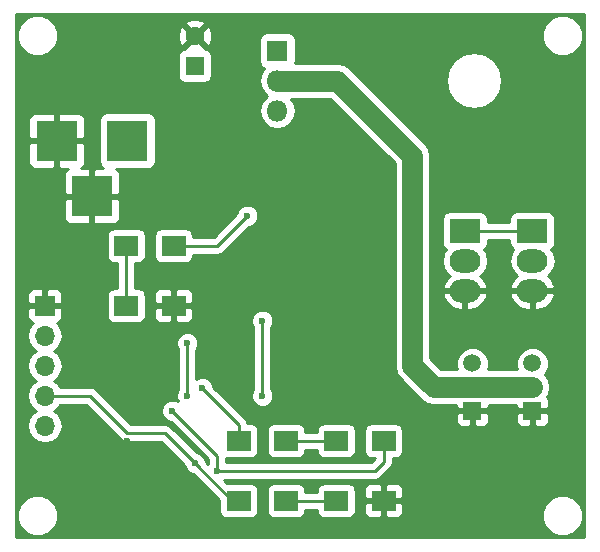
<source format=gbr>
G04 #@! TF.FileFunction,Copper,L1,Top,Signal*
%FSLAX46Y46*%
G04 Gerber Fmt 4.6, Leading zero omitted, Abs format (unit mm)*
G04 Created by KiCad (PCBNEW 4.0.7) date 03/06/18 08:51:19*
%MOMM*%
%LPD*%
G01*
G04 APERTURE LIST*
%ADD10C,0.100000*%
%ADD11R,1.600000X1.600000*%
%ADD12C,1.600000*%
%ADD13R,2.000000X1.700000*%
%ADD14R,3.500000X3.500000*%
%ADD15R,1.800000X1.800000*%
%ADD16O,1.800000X1.800000*%
%ADD17R,1.500000X1.500000*%
%ADD18C,1.500000*%
%ADD19R,2.600000X2.000000*%
%ADD20O,2.600000X2.000000*%
%ADD21R,1.700000X1.700000*%
%ADD22O,1.700000X1.700000*%
%ADD23C,0.600000*%
%ADD24C,0.250000*%
%ADD25C,1.750000*%
%ADD26C,0.254000*%
G04 APERTURE END LIST*
D10*
D11*
X66675000Y-19050000D03*
D12*
X66675000Y-16550000D03*
D13*
X60865000Y-34290000D03*
X64865000Y-34290000D03*
X78645000Y-50800000D03*
X82645000Y-50800000D03*
D14*
X60960000Y-25400000D03*
X54960000Y-25400000D03*
X57960000Y-30100000D03*
D13*
X60865000Y-39370000D03*
X64865000Y-39370000D03*
D15*
X73660000Y-17780000D03*
D16*
X73660000Y-20320000D03*
X73660000Y-22860000D03*
D17*
X95250000Y-48260000D03*
D18*
X95250000Y-46260000D03*
X95250000Y-44260000D03*
D19*
X95250000Y-33020000D03*
D20*
X95250000Y-35560000D03*
X95250000Y-38100000D03*
D13*
X74390000Y-55880000D03*
X70390000Y-55880000D03*
X70390000Y-50800000D03*
X74390000Y-50800000D03*
D21*
X53975000Y-39370000D03*
D22*
X53975000Y-41910000D03*
X53975000Y-44450000D03*
X53975000Y-46990000D03*
X53975000Y-49530000D03*
D13*
X78645000Y-55880000D03*
X82645000Y-55880000D03*
D17*
X90170000Y-48260000D03*
D18*
X90170000Y-46260000D03*
X90170000Y-44260000D03*
D19*
X89535000Y-33020000D03*
D20*
X89535000Y-35560000D03*
X89535000Y-38100000D03*
D23*
X56515000Y-45720000D03*
X56515000Y-48260000D03*
X60960000Y-50800000D03*
X57785000Y-43180000D03*
X71120000Y-31750000D03*
X66675000Y-52705000D03*
X67310000Y-46355000D03*
X72390000Y-46990000D03*
X72390000Y-40640000D03*
X66040000Y-42545000D03*
X66040000Y-46990000D03*
X64770000Y-48260000D03*
X68580000Y-53340000D03*
D24*
X57785000Y-44450000D02*
X57785000Y-43180000D01*
X56515000Y-45720000D02*
X57785000Y-44450000D01*
X56515000Y-48895000D02*
X56515000Y-48260000D01*
X58420000Y-50800000D02*
X56515000Y-48895000D01*
X60960000Y-50800000D02*
X58420000Y-50800000D01*
X64865000Y-39370000D02*
X64865000Y-40545000D01*
X57785000Y-41275000D02*
X57150000Y-40640000D01*
X64135000Y-41275000D02*
X57785000Y-41275000D01*
X64865000Y-40545000D02*
X64135000Y-41275000D01*
X55880000Y-39370000D02*
X53975000Y-39370000D01*
X57150000Y-40640000D02*
X55880000Y-39370000D01*
X57150000Y-42545000D02*
X57150000Y-40640000D01*
X57785000Y-43180000D02*
X57150000Y-42545000D01*
X64865000Y-34290000D02*
X68580000Y-34290000D01*
X68580000Y-34290000D02*
X71120000Y-31750000D01*
D25*
X90170000Y-46260000D02*
X95250000Y-46260000D01*
X90170000Y-46260000D02*
X86900000Y-46260000D01*
X78740000Y-20320000D02*
X73660000Y-20320000D01*
X85090000Y-26670000D02*
X78740000Y-20320000D01*
X85090000Y-44450000D02*
X85090000Y-26670000D01*
X86900000Y-46260000D02*
X85090000Y-44450000D01*
D24*
X60865000Y-34290000D02*
X60865000Y-39370000D01*
X53975000Y-46990000D02*
X57785000Y-46990000D01*
X64135000Y-50165000D02*
X66675000Y-52705000D01*
X60960000Y-50165000D02*
X64135000Y-50165000D01*
X57785000Y-46990000D02*
X60960000Y-50165000D01*
X66675000Y-52705000D02*
X69850000Y-55880000D01*
X69850000Y-55880000D02*
X70390000Y-55880000D01*
X74390000Y-50800000D02*
X78645000Y-50800000D01*
X70390000Y-49435000D02*
X70390000Y-50800000D01*
X67310000Y-46355000D02*
X70390000Y-49435000D01*
X95250000Y-33020000D02*
X89535000Y-33020000D01*
X74390000Y-55880000D02*
X78645000Y-55880000D01*
X72390000Y-40640000D02*
X72390000Y-46990000D01*
X66040000Y-46990000D02*
X66040000Y-42545000D01*
X68580000Y-53340000D02*
X68580000Y-52070000D01*
X68580000Y-52070000D02*
X64770000Y-48260000D01*
X82645000Y-52610000D02*
X82645000Y-50800000D01*
X81915000Y-53340000D02*
X82645000Y-52610000D01*
X68580000Y-53340000D02*
X81915000Y-53340000D01*
D26*
G36*
X99620000Y-58980000D02*
X51510000Y-58980000D01*
X51510000Y-57493599D01*
X51604699Y-57493599D01*
X51868281Y-58131515D01*
X52355918Y-58620004D01*
X52993373Y-58884699D01*
X53683599Y-58885301D01*
X54321515Y-58621719D01*
X54810004Y-58134082D01*
X55074699Y-57496627D01*
X55074701Y-57493599D01*
X96054699Y-57493599D01*
X96318281Y-58131515D01*
X96805918Y-58620004D01*
X97443373Y-58884699D01*
X98133599Y-58885301D01*
X98771515Y-58621719D01*
X99260004Y-58134082D01*
X99524699Y-57496627D01*
X99525301Y-56806401D01*
X99261719Y-56168485D01*
X98774082Y-55679996D01*
X98136627Y-55415301D01*
X97446401Y-55414699D01*
X96808485Y-55678281D01*
X96319996Y-56165918D01*
X96055301Y-56803373D01*
X96054699Y-57493599D01*
X55074701Y-57493599D01*
X55075301Y-56806401D01*
X54811719Y-56168485D01*
X54324082Y-55679996D01*
X53686627Y-55415301D01*
X52996401Y-55414699D01*
X52358485Y-55678281D01*
X51869996Y-56165918D01*
X51605301Y-56803373D01*
X51604699Y-57493599D01*
X51510000Y-57493599D01*
X51510000Y-41910000D01*
X52460907Y-41910000D01*
X52573946Y-42478285D01*
X52895853Y-42960054D01*
X53225026Y-43180000D01*
X52895853Y-43399946D01*
X52573946Y-43881715D01*
X52460907Y-44450000D01*
X52573946Y-45018285D01*
X52895853Y-45500054D01*
X53225026Y-45720000D01*
X52895853Y-45939946D01*
X52573946Y-46421715D01*
X52460907Y-46990000D01*
X52573946Y-47558285D01*
X52895853Y-48040054D01*
X53225026Y-48260000D01*
X52895853Y-48479946D01*
X52573946Y-48961715D01*
X52460907Y-49530000D01*
X52573946Y-50098285D01*
X52895853Y-50580054D01*
X53377622Y-50901961D01*
X53945907Y-51015000D01*
X54004093Y-51015000D01*
X54572378Y-50901961D01*
X55054147Y-50580054D01*
X55376054Y-50098285D01*
X55489093Y-49530000D01*
X55376054Y-48961715D01*
X55054147Y-48479946D01*
X54724974Y-48260000D01*
X55054147Y-48040054D01*
X55247954Y-47750000D01*
X57470198Y-47750000D01*
X60422599Y-50702401D01*
X60669161Y-50867148D01*
X60960000Y-50925000D01*
X63820198Y-50925000D01*
X65739878Y-52844680D01*
X65739838Y-52890167D01*
X65881883Y-53233943D01*
X66144673Y-53497192D01*
X66488201Y-53639838D01*
X66535077Y-53639879D01*
X68742560Y-55847362D01*
X68742560Y-56730000D01*
X68786838Y-56965317D01*
X68925910Y-57181441D01*
X69138110Y-57326431D01*
X69390000Y-57377440D01*
X71390000Y-57377440D01*
X71625317Y-57333162D01*
X71841441Y-57194090D01*
X71986431Y-56981890D01*
X72037440Y-56730000D01*
X72037440Y-55030000D01*
X72742560Y-55030000D01*
X72742560Y-56730000D01*
X72786838Y-56965317D01*
X72925910Y-57181441D01*
X73138110Y-57326431D01*
X73390000Y-57377440D01*
X75390000Y-57377440D01*
X75625317Y-57333162D01*
X75841441Y-57194090D01*
X75986431Y-56981890D01*
X76037440Y-56730000D01*
X76037440Y-56640000D01*
X76997560Y-56640000D01*
X76997560Y-56730000D01*
X77041838Y-56965317D01*
X77180910Y-57181441D01*
X77393110Y-57326431D01*
X77645000Y-57377440D01*
X79645000Y-57377440D01*
X79880317Y-57333162D01*
X80096441Y-57194090D01*
X80241431Y-56981890D01*
X80292440Y-56730000D01*
X80292440Y-56165750D01*
X81010000Y-56165750D01*
X81010000Y-56856310D01*
X81106673Y-57089699D01*
X81285302Y-57268327D01*
X81518691Y-57365000D01*
X82359250Y-57365000D01*
X82518000Y-57206250D01*
X82518000Y-56007000D01*
X82772000Y-56007000D01*
X82772000Y-57206250D01*
X82930750Y-57365000D01*
X83771309Y-57365000D01*
X84004698Y-57268327D01*
X84183327Y-57089699D01*
X84280000Y-56856310D01*
X84280000Y-56165750D01*
X84121250Y-56007000D01*
X82772000Y-56007000D01*
X82518000Y-56007000D01*
X81168750Y-56007000D01*
X81010000Y-56165750D01*
X80292440Y-56165750D01*
X80292440Y-55030000D01*
X80268674Y-54903690D01*
X81010000Y-54903690D01*
X81010000Y-55594250D01*
X81168750Y-55753000D01*
X82518000Y-55753000D01*
X82518000Y-54553750D01*
X82772000Y-54553750D01*
X82772000Y-55753000D01*
X84121250Y-55753000D01*
X84280000Y-55594250D01*
X84280000Y-54903690D01*
X84183327Y-54670301D01*
X84004698Y-54491673D01*
X83771309Y-54395000D01*
X82930750Y-54395000D01*
X82772000Y-54553750D01*
X82518000Y-54553750D01*
X82359250Y-54395000D01*
X81518691Y-54395000D01*
X81285302Y-54491673D01*
X81106673Y-54670301D01*
X81010000Y-54903690D01*
X80268674Y-54903690D01*
X80248162Y-54794683D01*
X80109090Y-54578559D01*
X79896890Y-54433569D01*
X79645000Y-54382560D01*
X77645000Y-54382560D01*
X77409683Y-54426838D01*
X77193559Y-54565910D01*
X77048569Y-54778110D01*
X76997560Y-55030000D01*
X76997560Y-55120000D01*
X76037440Y-55120000D01*
X76037440Y-55030000D01*
X75993162Y-54794683D01*
X75854090Y-54578559D01*
X75641890Y-54433569D01*
X75390000Y-54382560D01*
X73390000Y-54382560D01*
X73154683Y-54426838D01*
X72938559Y-54565910D01*
X72793569Y-54778110D01*
X72742560Y-55030000D01*
X72037440Y-55030000D01*
X71993162Y-54794683D01*
X71854090Y-54578559D01*
X71641890Y-54433569D01*
X71390000Y-54382560D01*
X69427362Y-54382560D01*
X69144802Y-54100000D01*
X81915000Y-54100000D01*
X82205839Y-54042148D01*
X82452401Y-53877401D01*
X83182401Y-53147401D01*
X83347148Y-52900839D01*
X83405000Y-52610000D01*
X83405000Y-52297440D01*
X83645000Y-52297440D01*
X83880317Y-52253162D01*
X84096441Y-52114090D01*
X84241431Y-51901890D01*
X84292440Y-51650000D01*
X84292440Y-49950000D01*
X84248162Y-49714683D01*
X84109090Y-49498559D01*
X83896890Y-49353569D01*
X83645000Y-49302560D01*
X81645000Y-49302560D01*
X81409683Y-49346838D01*
X81193559Y-49485910D01*
X81048569Y-49698110D01*
X80997560Y-49950000D01*
X80997560Y-51650000D01*
X81041838Y-51885317D01*
X81180910Y-52101441D01*
X81393110Y-52246431D01*
X81645000Y-52297440D01*
X81882758Y-52297440D01*
X81600198Y-52580000D01*
X69340000Y-52580000D01*
X69340000Y-52287315D01*
X69390000Y-52297440D01*
X71390000Y-52297440D01*
X71625317Y-52253162D01*
X71841441Y-52114090D01*
X71986431Y-51901890D01*
X72037440Y-51650000D01*
X72037440Y-49950000D01*
X72742560Y-49950000D01*
X72742560Y-51650000D01*
X72786838Y-51885317D01*
X72925910Y-52101441D01*
X73138110Y-52246431D01*
X73390000Y-52297440D01*
X75390000Y-52297440D01*
X75625317Y-52253162D01*
X75841441Y-52114090D01*
X75986431Y-51901890D01*
X76037440Y-51650000D01*
X76037440Y-51560000D01*
X76997560Y-51560000D01*
X76997560Y-51650000D01*
X77041838Y-51885317D01*
X77180910Y-52101441D01*
X77393110Y-52246431D01*
X77645000Y-52297440D01*
X79645000Y-52297440D01*
X79880317Y-52253162D01*
X80096441Y-52114090D01*
X80241431Y-51901890D01*
X80292440Y-51650000D01*
X80292440Y-49950000D01*
X80248162Y-49714683D01*
X80109090Y-49498559D01*
X79896890Y-49353569D01*
X79645000Y-49302560D01*
X77645000Y-49302560D01*
X77409683Y-49346838D01*
X77193559Y-49485910D01*
X77048569Y-49698110D01*
X76997560Y-49950000D01*
X76997560Y-50040000D01*
X76037440Y-50040000D01*
X76037440Y-49950000D01*
X75993162Y-49714683D01*
X75854090Y-49498559D01*
X75641890Y-49353569D01*
X75390000Y-49302560D01*
X73390000Y-49302560D01*
X73154683Y-49346838D01*
X72938559Y-49485910D01*
X72793569Y-49698110D01*
X72742560Y-49950000D01*
X72037440Y-49950000D01*
X71993162Y-49714683D01*
X71854090Y-49498559D01*
X71641890Y-49353569D01*
X71390000Y-49302560D01*
X71123656Y-49302560D01*
X71092148Y-49144161D01*
X70927401Y-48897599D01*
X70575552Y-48545750D01*
X88785000Y-48545750D01*
X88785000Y-49136309D01*
X88881673Y-49369698D01*
X89060301Y-49548327D01*
X89293690Y-49645000D01*
X89884250Y-49645000D01*
X90043000Y-49486250D01*
X90043000Y-48387000D01*
X90297000Y-48387000D01*
X90297000Y-49486250D01*
X90455750Y-49645000D01*
X91046310Y-49645000D01*
X91279699Y-49548327D01*
X91458327Y-49369698D01*
X91555000Y-49136309D01*
X91555000Y-48545750D01*
X93865000Y-48545750D01*
X93865000Y-49136309D01*
X93961673Y-49369698D01*
X94140301Y-49548327D01*
X94373690Y-49645000D01*
X94964250Y-49645000D01*
X95123000Y-49486250D01*
X95123000Y-48387000D01*
X95377000Y-48387000D01*
X95377000Y-49486250D01*
X95535750Y-49645000D01*
X96126310Y-49645000D01*
X96359699Y-49548327D01*
X96538327Y-49369698D01*
X96635000Y-49136309D01*
X96635000Y-48545750D01*
X96476250Y-48387000D01*
X95377000Y-48387000D01*
X95123000Y-48387000D01*
X94023750Y-48387000D01*
X93865000Y-48545750D01*
X91555000Y-48545750D01*
X91396250Y-48387000D01*
X90297000Y-48387000D01*
X90043000Y-48387000D01*
X88943750Y-48387000D01*
X88785000Y-48545750D01*
X70575552Y-48545750D01*
X68245122Y-46215320D01*
X68245162Y-46169833D01*
X68103117Y-45826057D01*
X67840327Y-45562808D01*
X67496799Y-45420162D01*
X67124833Y-45419838D01*
X66800000Y-45554056D01*
X66800000Y-43107463D01*
X66832192Y-43075327D01*
X66974838Y-42731799D01*
X66975162Y-42359833D01*
X66833117Y-42016057D01*
X66570327Y-41752808D01*
X66226799Y-41610162D01*
X65854833Y-41609838D01*
X65511057Y-41751883D01*
X65247808Y-42014673D01*
X65105162Y-42358201D01*
X65104838Y-42730167D01*
X65246883Y-43073943D01*
X65280000Y-43107118D01*
X65280000Y-46427537D01*
X65247808Y-46459673D01*
X65105162Y-46803201D01*
X65104838Y-47175167D01*
X65210310Y-47430430D01*
X64956799Y-47325162D01*
X64584833Y-47324838D01*
X64241057Y-47466883D01*
X63977808Y-47729673D01*
X63835162Y-48073201D01*
X63834838Y-48445167D01*
X63976883Y-48788943D01*
X64239673Y-49052192D01*
X64583201Y-49194838D01*
X64630077Y-49194879D01*
X67820000Y-52384802D01*
X67820000Y-52775198D01*
X67610122Y-52565320D01*
X67610162Y-52519833D01*
X67468117Y-52176057D01*
X67205327Y-51912808D01*
X66861799Y-51770162D01*
X66814923Y-51770121D01*
X64672401Y-49627599D01*
X64425839Y-49462852D01*
X64135000Y-49405000D01*
X61274802Y-49405000D01*
X58322401Y-46452599D01*
X58075839Y-46287852D01*
X57785000Y-46230000D01*
X55247954Y-46230000D01*
X55054147Y-45939946D01*
X54724974Y-45720000D01*
X55054147Y-45500054D01*
X55376054Y-45018285D01*
X55489093Y-44450000D01*
X55376054Y-43881715D01*
X55054147Y-43399946D01*
X54724974Y-43180000D01*
X55054147Y-42960054D01*
X55376054Y-42478285D01*
X55489093Y-41910000D01*
X55376054Y-41341715D01*
X55054147Y-40859946D01*
X55010223Y-40830597D01*
X55184698Y-40758327D01*
X55363327Y-40579699D01*
X55460000Y-40346310D01*
X55460000Y-39655750D01*
X55301250Y-39497000D01*
X54102000Y-39497000D01*
X54102000Y-39517000D01*
X53848000Y-39517000D01*
X53848000Y-39497000D01*
X52648750Y-39497000D01*
X52490000Y-39655750D01*
X52490000Y-40346310D01*
X52586673Y-40579699D01*
X52765302Y-40758327D01*
X52939777Y-40830597D01*
X52895853Y-40859946D01*
X52573946Y-41341715D01*
X52460907Y-41910000D01*
X51510000Y-41910000D01*
X51510000Y-38393690D01*
X52490000Y-38393690D01*
X52490000Y-39084250D01*
X52648750Y-39243000D01*
X53848000Y-39243000D01*
X53848000Y-38043750D01*
X54102000Y-38043750D01*
X54102000Y-39243000D01*
X55301250Y-39243000D01*
X55460000Y-39084250D01*
X55460000Y-38393690D01*
X55363327Y-38160301D01*
X55184698Y-37981673D01*
X54951309Y-37885000D01*
X54260750Y-37885000D01*
X54102000Y-38043750D01*
X53848000Y-38043750D01*
X53689250Y-37885000D01*
X52998691Y-37885000D01*
X52765302Y-37981673D01*
X52586673Y-38160301D01*
X52490000Y-38393690D01*
X51510000Y-38393690D01*
X51510000Y-33440000D01*
X59217560Y-33440000D01*
X59217560Y-35140000D01*
X59261838Y-35375317D01*
X59400910Y-35591441D01*
X59613110Y-35736431D01*
X59865000Y-35787440D01*
X60105000Y-35787440D01*
X60105000Y-37872560D01*
X59865000Y-37872560D01*
X59629683Y-37916838D01*
X59413559Y-38055910D01*
X59268569Y-38268110D01*
X59217560Y-38520000D01*
X59217560Y-40220000D01*
X59261838Y-40455317D01*
X59400910Y-40671441D01*
X59613110Y-40816431D01*
X59865000Y-40867440D01*
X61865000Y-40867440D01*
X62100317Y-40823162D01*
X62316441Y-40684090D01*
X62461431Y-40471890D01*
X62512440Y-40220000D01*
X62512440Y-39655750D01*
X63230000Y-39655750D01*
X63230000Y-40346310D01*
X63326673Y-40579699D01*
X63505302Y-40758327D01*
X63738691Y-40855000D01*
X64579250Y-40855000D01*
X64738000Y-40696250D01*
X64738000Y-39497000D01*
X64992000Y-39497000D01*
X64992000Y-40696250D01*
X65150750Y-40855000D01*
X65991309Y-40855000D01*
X66063332Y-40825167D01*
X71454838Y-40825167D01*
X71596883Y-41168943D01*
X71630000Y-41202118D01*
X71630000Y-46427537D01*
X71597808Y-46459673D01*
X71455162Y-46803201D01*
X71454838Y-47175167D01*
X71596883Y-47518943D01*
X71859673Y-47782192D01*
X72203201Y-47924838D01*
X72575167Y-47925162D01*
X72918943Y-47783117D01*
X73182192Y-47520327D01*
X73324838Y-47176799D01*
X73325162Y-46804833D01*
X73183117Y-46461057D01*
X73150000Y-46427882D01*
X73150000Y-41202463D01*
X73182192Y-41170327D01*
X73324838Y-40826799D01*
X73325162Y-40454833D01*
X73183117Y-40111057D01*
X72920327Y-39847808D01*
X72576799Y-39705162D01*
X72204833Y-39704838D01*
X71861057Y-39846883D01*
X71597808Y-40109673D01*
X71455162Y-40453201D01*
X71454838Y-40825167D01*
X66063332Y-40825167D01*
X66224698Y-40758327D01*
X66403327Y-40579699D01*
X66500000Y-40346310D01*
X66500000Y-39655750D01*
X66341250Y-39497000D01*
X64992000Y-39497000D01*
X64738000Y-39497000D01*
X63388750Y-39497000D01*
X63230000Y-39655750D01*
X62512440Y-39655750D01*
X62512440Y-38520000D01*
X62488674Y-38393690D01*
X63230000Y-38393690D01*
X63230000Y-39084250D01*
X63388750Y-39243000D01*
X64738000Y-39243000D01*
X64738000Y-38043750D01*
X64992000Y-38043750D01*
X64992000Y-39243000D01*
X66341250Y-39243000D01*
X66500000Y-39084250D01*
X66500000Y-38393690D01*
X66403327Y-38160301D01*
X66224698Y-37981673D01*
X65991309Y-37885000D01*
X65150750Y-37885000D01*
X64992000Y-38043750D01*
X64738000Y-38043750D01*
X64579250Y-37885000D01*
X63738691Y-37885000D01*
X63505302Y-37981673D01*
X63326673Y-38160301D01*
X63230000Y-38393690D01*
X62488674Y-38393690D01*
X62468162Y-38284683D01*
X62329090Y-38068559D01*
X62116890Y-37923569D01*
X61865000Y-37872560D01*
X61625000Y-37872560D01*
X61625000Y-35787440D01*
X61865000Y-35787440D01*
X62100317Y-35743162D01*
X62316441Y-35604090D01*
X62461431Y-35391890D01*
X62512440Y-35140000D01*
X62512440Y-33440000D01*
X63217560Y-33440000D01*
X63217560Y-35140000D01*
X63261838Y-35375317D01*
X63400910Y-35591441D01*
X63613110Y-35736431D01*
X63865000Y-35787440D01*
X65865000Y-35787440D01*
X66100317Y-35743162D01*
X66316441Y-35604090D01*
X66461431Y-35391890D01*
X66512440Y-35140000D01*
X66512440Y-35050000D01*
X68580000Y-35050000D01*
X68870839Y-34992148D01*
X69117401Y-34827401D01*
X71259680Y-32685122D01*
X71305167Y-32685162D01*
X71648943Y-32543117D01*
X71912192Y-32280327D01*
X72054838Y-31936799D01*
X72055162Y-31564833D01*
X71913117Y-31221057D01*
X71650327Y-30957808D01*
X71306799Y-30815162D01*
X70934833Y-30814838D01*
X70591057Y-30956883D01*
X70327808Y-31219673D01*
X70185162Y-31563201D01*
X70185121Y-31610077D01*
X68265198Y-33530000D01*
X66512440Y-33530000D01*
X66512440Y-33440000D01*
X66468162Y-33204683D01*
X66329090Y-32988559D01*
X66116890Y-32843569D01*
X65865000Y-32792560D01*
X63865000Y-32792560D01*
X63629683Y-32836838D01*
X63413559Y-32975910D01*
X63268569Y-33188110D01*
X63217560Y-33440000D01*
X62512440Y-33440000D01*
X62468162Y-33204683D01*
X62329090Y-32988559D01*
X62116890Y-32843569D01*
X61865000Y-32792560D01*
X59865000Y-32792560D01*
X59629683Y-32836838D01*
X59413559Y-32975910D01*
X59268569Y-33188110D01*
X59217560Y-33440000D01*
X51510000Y-33440000D01*
X51510000Y-30385750D01*
X55575000Y-30385750D01*
X55575000Y-31976310D01*
X55671673Y-32209699D01*
X55850302Y-32388327D01*
X56083691Y-32485000D01*
X57674250Y-32485000D01*
X57833000Y-32326250D01*
X57833000Y-30227000D01*
X58087000Y-30227000D01*
X58087000Y-32326250D01*
X58245750Y-32485000D01*
X59836309Y-32485000D01*
X60069698Y-32388327D01*
X60248327Y-32209699D01*
X60345000Y-31976310D01*
X60345000Y-30385750D01*
X60186250Y-30227000D01*
X58087000Y-30227000D01*
X57833000Y-30227000D01*
X55733750Y-30227000D01*
X55575000Y-30385750D01*
X51510000Y-30385750D01*
X51510000Y-25685750D01*
X52575000Y-25685750D01*
X52575000Y-27276310D01*
X52671673Y-27509699D01*
X52850302Y-27688327D01*
X53083691Y-27785000D01*
X54674250Y-27785000D01*
X54833000Y-27626250D01*
X54833000Y-25527000D01*
X55087000Y-25527000D01*
X55087000Y-27626250D01*
X55245750Y-27785000D01*
X55914696Y-27785000D01*
X55850302Y-27811673D01*
X55671673Y-27990301D01*
X55575000Y-28223690D01*
X55575000Y-29814250D01*
X55733750Y-29973000D01*
X57833000Y-29973000D01*
X57833000Y-27873750D01*
X58087000Y-27873750D01*
X58087000Y-29973000D01*
X60186250Y-29973000D01*
X60345000Y-29814250D01*
X60345000Y-28223690D01*
X60248327Y-27990301D01*
X60069698Y-27811673D01*
X60035337Y-27797440D01*
X62710000Y-27797440D01*
X62945317Y-27753162D01*
X63161441Y-27614090D01*
X63306431Y-27401890D01*
X63357440Y-27150000D01*
X63357440Y-23650000D01*
X63313162Y-23414683D01*
X63174090Y-23198559D01*
X62961890Y-23053569D01*
X62710000Y-23002560D01*
X59210000Y-23002560D01*
X58974683Y-23046838D01*
X58758559Y-23185910D01*
X58613569Y-23398110D01*
X58562560Y-23650000D01*
X58562560Y-27150000D01*
X58606838Y-27385317D01*
X58745910Y-27601441D01*
X58912109Y-27715000D01*
X58245750Y-27715000D01*
X58087000Y-27873750D01*
X57833000Y-27873750D01*
X57674250Y-27715000D01*
X57005304Y-27715000D01*
X57069698Y-27688327D01*
X57248327Y-27509699D01*
X57345000Y-27276310D01*
X57345000Y-25685750D01*
X57186250Y-25527000D01*
X55087000Y-25527000D01*
X54833000Y-25527000D01*
X52733750Y-25527000D01*
X52575000Y-25685750D01*
X51510000Y-25685750D01*
X51510000Y-23523690D01*
X52575000Y-23523690D01*
X52575000Y-25114250D01*
X52733750Y-25273000D01*
X54833000Y-25273000D01*
X54833000Y-23173750D01*
X55087000Y-23173750D01*
X55087000Y-25273000D01*
X57186250Y-25273000D01*
X57345000Y-25114250D01*
X57345000Y-23523690D01*
X57248327Y-23290301D01*
X57069698Y-23111673D01*
X56836309Y-23015000D01*
X55245750Y-23015000D01*
X55087000Y-23173750D01*
X54833000Y-23173750D01*
X54674250Y-23015000D01*
X53083691Y-23015000D01*
X52850302Y-23111673D01*
X52671673Y-23290301D01*
X52575000Y-23523690D01*
X51510000Y-23523690D01*
X51510000Y-18250000D01*
X65227560Y-18250000D01*
X65227560Y-19850000D01*
X65271838Y-20085317D01*
X65410910Y-20301441D01*
X65623110Y-20446431D01*
X65875000Y-20497440D01*
X67475000Y-20497440D01*
X67710317Y-20453162D01*
X67926441Y-20314090D01*
X68071431Y-20101890D01*
X68122440Y-19850000D01*
X68122440Y-18250000D01*
X68078162Y-18014683D01*
X67939090Y-17798559D01*
X67726890Y-17653569D01*
X67488799Y-17605354D01*
X67503139Y-17557745D01*
X66675000Y-16729605D01*
X65846861Y-17557745D01*
X65861145Y-17605167D01*
X65639683Y-17646838D01*
X65423559Y-17785910D01*
X65278569Y-17998110D01*
X65227560Y-18250000D01*
X51510000Y-18250000D01*
X51510000Y-16853599D01*
X51604699Y-16853599D01*
X51868281Y-17491515D01*
X52355918Y-17980004D01*
X52993373Y-18244699D01*
X53683599Y-18245301D01*
X54321515Y-17981719D01*
X54810004Y-17494082D01*
X55074699Y-16856627D01*
X55075155Y-16333223D01*
X65228035Y-16333223D01*
X65255222Y-16903454D01*
X65421136Y-17304005D01*
X65667255Y-17378139D01*
X66495395Y-16550000D01*
X66854605Y-16550000D01*
X67682745Y-17378139D01*
X67928864Y-17304005D01*
X68081268Y-16880000D01*
X72112560Y-16880000D01*
X72112560Y-18680000D01*
X72156838Y-18915317D01*
X72295910Y-19131441D01*
X72508110Y-19276431D01*
X72524344Y-19279719D01*
X72241845Y-19702509D01*
X72125000Y-20289928D01*
X72125000Y-20350072D01*
X72241845Y-20937491D01*
X72574591Y-21435481D01*
X72805845Y-21590000D01*
X72574591Y-21744519D01*
X72241845Y-22242509D01*
X72125000Y-22829928D01*
X72125000Y-22890072D01*
X72241845Y-23477491D01*
X72574591Y-23975481D01*
X73072581Y-24308227D01*
X73660000Y-24425072D01*
X74247419Y-24308227D01*
X74745409Y-23975481D01*
X75078155Y-23477491D01*
X75195000Y-22890072D01*
X75195000Y-22829928D01*
X75078155Y-22242509D01*
X74802526Y-21830000D01*
X78114538Y-21830000D01*
X83580000Y-27295462D01*
X83580000Y-44450000D01*
X83694942Y-45027852D01*
X84022269Y-45517731D01*
X85832269Y-47327732D01*
X86322148Y-47655058D01*
X86900000Y-47770000D01*
X88785000Y-47770000D01*
X88785000Y-47974250D01*
X88943750Y-48133000D01*
X90043000Y-48133000D01*
X90043000Y-48113000D01*
X90297000Y-48113000D01*
X90297000Y-48133000D01*
X91396250Y-48133000D01*
X91555000Y-47974250D01*
X91555000Y-47770000D01*
X93865000Y-47770000D01*
X93865000Y-47974250D01*
X94023750Y-48133000D01*
X95123000Y-48133000D01*
X95123000Y-48113000D01*
X95377000Y-48113000D01*
X95377000Y-48133000D01*
X96476250Y-48133000D01*
X96635000Y-47974250D01*
X96635000Y-47383691D01*
X96538327Y-47150302D01*
X96477158Y-47089132D01*
X96645058Y-46837852D01*
X96760000Y-46260000D01*
X96645058Y-45682148D01*
X96317731Y-45192269D01*
X96293032Y-45175766D01*
X96423461Y-45045564D01*
X96634759Y-44536702D01*
X96635240Y-43985715D01*
X96424831Y-43476485D01*
X96035564Y-43086539D01*
X95526702Y-42875241D01*
X94975715Y-42874760D01*
X94466485Y-43085169D01*
X94076539Y-43474436D01*
X93865241Y-43983298D01*
X93864760Y-44534285D01*
X93953891Y-44750000D01*
X91466190Y-44750000D01*
X91554759Y-44536702D01*
X91555240Y-43985715D01*
X91344831Y-43476485D01*
X90955564Y-43086539D01*
X90446702Y-42875241D01*
X89895715Y-42874760D01*
X89386485Y-43085169D01*
X88996539Y-43474436D01*
X88785241Y-43983298D01*
X88784760Y-44534285D01*
X88873891Y-44750000D01*
X87525463Y-44750000D01*
X86600000Y-43824538D01*
X86600000Y-38480434D01*
X87644876Y-38480434D01*
X87675856Y-38608355D01*
X87989078Y-39166317D01*
X88491980Y-39561942D01*
X89108000Y-39735000D01*
X89408000Y-39735000D01*
X89408000Y-38227000D01*
X89662000Y-38227000D01*
X89662000Y-39735000D01*
X89962000Y-39735000D01*
X90578020Y-39561942D01*
X91080922Y-39166317D01*
X91394144Y-38608355D01*
X91425124Y-38480434D01*
X93359876Y-38480434D01*
X93390856Y-38608355D01*
X93704078Y-39166317D01*
X94206980Y-39561942D01*
X94823000Y-39735000D01*
X95123000Y-39735000D01*
X95123000Y-38227000D01*
X95377000Y-38227000D01*
X95377000Y-39735000D01*
X95677000Y-39735000D01*
X96293020Y-39561942D01*
X96795922Y-39166317D01*
X97109144Y-38608355D01*
X97140124Y-38480434D01*
X97020777Y-38227000D01*
X95377000Y-38227000D01*
X95123000Y-38227000D01*
X93479223Y-38227000D01*
X93359876Y-38480434D01*
X91425124Y-38480434D01*
X91305777Y-38227000D01*
X89662000Y-38227000D01*
X89408000Y-38227000D01*
X87764223Y-38227000D01*
X87644876Y-38480434D01*
X86600000Y-38480434D01*
X86600000Y-35560000D01*
X87562091Y-35560000D01*
X87686548Y-36185687D01*
X88040971Y-36716120D01*
X88231188Y-36843219D01*
X87989078Y-37033683D01*
X87675856Y-37591645D01*
X87644876Y-37719566D01*
X87764223Y-37973000D01*
X89408000Y-37973000D01*
X89408000Y-37953000D01*
X89662000Y-37953000D01*
X89662000Y-37973000D01*
X91305777Y-37973000D01*
X91425124Y-37719566D01*
X91394144Y-37591645D01*
X91080922Y-37033683D01*
X90838812Y-36843219D01*
X91029029Y-36716120D01*
X91383452Y-36185687D01*
X91507909Y-35560000D01*
X91383452Y-34934313D01*
X91143907Y-34575808D01*
X91286441Y-34484090D01*
X91431431Y-34271890D01*
X91482440Y-34020000D01*
X91482440Y-33780000D01*
X93302560Y-33780000D01*
X93302560Y-34020000D01*
X93346838Y-34255317D01*
X93485910Y-34471441D01*
X93640329Y-34576951D01*
X93401548Y-34934313D01*
X93277091Y-35560000D01*
X93401548Y-36185687D01*
X93755971Y-36716120D01*
X93946188Y-36843219D01*
X93704078Y-37033683D01*
X93390856Y-37591645D01*
X93359876Y-37719566D01*
X93479223Y-37973000D01*
X95123000Y-37973000D01*
X95123000Y-37953000D01*
X95377000Y-37953000D01*
X95377000Y-37973000D01*
X97020777Y-37973000D01*
X97140124Y-37719566D01*
X97109144Y-37591645D01*
X96795922Y-37033683D01*
X96553812Y-36843219D01*
X96744029Y-36716120D01*
X97098452Y-36185687D01*
X97222909Y-35560000D01*
X97098452Y-34934313D01*
X96858907Y-34575808D01*
X97001441Y-34484090D01*
X97146431Y-34271890D01*
X97197440Y-34020000D01*
X97197440Y-32020000D01*
X97153162Y-31784683D01*
X97014090Y-31568559D01*
X96801890Y-31423569D01*
X96550000Y-31372560D01*
X93950000Y-31372560D01*
X93714683Y-31416838D01*
X93498559Y-31555910D01*
X93353569Y-31768110D01*
X93302560Y-32020000D01*
X93302560Y-32260000D01*
X91482440Y-32260000D01*
X91482440Y-32020000D01*
X91438162Y-31784683D01*
X91299090Y-31568559D01*
X91086890Y-31423569D01*
X90835000Y-31372560D01*
X88235000Y-31372560D01*
X87999683Y-31416838D01*
X87783559Y-31555910D01*
X87638569Y-31768110D01*
X87587560Y-32020000D01*
X87587560Y-34020000D01*
X87631838Y-34255317D01*
X87770910Y-34471441D01*
X87925329Y-34576951D01*
X87686548Y-34934313D01*
X87562091Y-35560000D01*
X86600000Y-35560000D01*
X86600000Y-26670000D01*
X86485058Y-26092148D01*
X86157731Y-25602269D01*
X80828737Y-20273275D01*
X87935000Y-20273275D01*
X87935000Y-20366725D01*
X88116547Y-21279425D01*
X88633550Y-22053175D01*
X89407300Y-22570178D01*
X90320000Y-22751725D01*
X91232700Y-22570178D01*
X92006450Y-22053175D01*
X92523453Y-21279425D01*
X92705000Y-20366725D01*
X92705000Y-20273275D01*
X92523453Y-19360575D01*
X92006450Y-18586825D01*
X91232700Y-18069822D01*
X90320000Y-17888275D01*
X89407300Y-18069822D01*
X88633550Y-18586825D01*
X88116547Y-19360575D01*
X87935000Y-20273275D01*
X80828737Y-20273275D01*
X79807731Y-19252269D01*
X79317852Y-18924942D01*
X78740000Y-18810000D01*
X75181114Y-18810000D01*
X75207440Y-18680000D01*
X75207440Y-16880000D01*
X75202473Y-16853599D01*
X96054699Y-16853599D01*
X96318281Y-17491515D01*
X96805918Y-17980004D01*
X97443373Y-18244699D01*
X98133599Y-18245301D01*
X98771515Y-17981719D01*
X99260004Y-17494082D01*
X99524699Y-16856627D01*
X99525301Y-16166401D01*
X99261719Y-15528485D01*
X98774082Y-15039996D01*
X98136627Y-14775301D01*
X97446401Y-14774699D01*
X96808485Y-15038281D01*
X96319996Y-15525918D01*
X96055301Y-16163373D01*
X96054699Y-16853599D01*
X75202473Y-16853599D01*
X75163162Y-16644683D01*
X75024090Y-16428559D01*
X74811890Y-16283569D01*
X74560000Y-16232560D01*
X72760000Y-16232560D01*
X72524683Y-16276838D01*
X72308559Y-16415910D01*
X72163569Y-16628110D01*
X72112560Y-16880000D01*
X68081268Y-16880000D01*
X68121965Y-16766777D01*
X68094778Y-16196546D01*
X67928864Y-15795995D01*
X67682745Y-15721861D01*
X66854605Y-16550000D01*
X66495395Y-16550000D01*
X65667255Y-15721861D01*
X65421136Y-15795995D01*
X65228035Y-16333223D01*
X55075155Y-16333223D01*
X55075301Y-16166401D01*
X54817409Y-15542255D01*
X65846861Y-15542255D01*
X66675000Y-16370395D01*
X67503139Y-15542255D01*
X67429005Y-15296136D01*
X66891777Y-15103035D01*
X66321546Y-15130222D01*
X65920995Y-15296136D01*
X65846861Y-15542255D01*
X54817409Y-15542255D01*
X54811719Y-15528485D01*
X54324082Y-15039996D01*
X53686627Y-14775301D01*
X52996401Y-14774699D01*
X52358485Y-15038281D01*
X51869996Y-15525918D01*
X51605301Y-16163373D01*
X51604699Y-16853599D01*
X51510000Y-16853599D01*
X51510000Y-14680000D01*
X99620000Y-14680000D01*
X99620000Y-58980000D01*
X99620000Y-58980000D01*
G37*
X99620000Y-58980000D02*
X51510000Y-58980000D01*
X51510000Y-57493599D01*
X51604699Y-57493599D01*
X51868281Y-58131515D01*
X52355918Y-58620004D01*
X52993373Y-58884699D01*
X53683599Y-58885301D01*
X54321515Y-58621719D01*
X54810004Y-58134082D01*
X55074699Y-57496627D01*
X55074701Y-57493599D01*
X96054699Y-57493599D01*
X96318281Y-58131515D01*
X96805918Y-58620004D01*
X97443373Y-58884699D01*
X98133599Y-58885301D01*
X98771515Y-58621719D01*
X99260004Y-58134082D01*
X99524699Y-57496627D01*
X99525301Y-56806401D01*
X99261719Y-56168485D01*
X98774082Y-55679996D01*
X98136627Y-55415301D01*
X97446401Y-55414699D01*
X96808485Y-55678281D01*
X96319996Y-56165918D01*
X96055301Y-56803373D01*
X96054699Y-57493599D01*
X55074701Y-57493599D01*
X55075301Y-56806401D01*
X54811719Y-56168485D01*
X54324082Y-55679996D01*
X53686627Y-55415301D01*
X52996401Y-55414699D01*
X52358485Y-55678281D01*
X51869996Y-56165918D01*
X51605301Y-56803373D01*
X51604699Y-57493599D01*
X51510000Y-57493599D01*
X51510000Y-41910000D01*
X52460907Y-41910000D01*
X52573946Y-42478285D01*
X52895853Y-42960054D01*
X53225026Y-43180000D01*
X52895853Y-43399946D01*
X52573946Y-43881715D01*
X52460907Y-44450000D01*
X52573946Y-45018285D01*
X52895853Y-45500054D01*
X53225026Y-45720000D01*
X52895853Y-45939946D01*
X52573946Y-46421715D01*
X52460907Y-46990000D01*
X52573946Y-47558285D01*
X52895853Y-48040054D01*
X53225026Y-48260000D01*
X52895853Y-48479946D01*
X52573946Y-48961715D01*
X52460907Y-49530000D01*
X52573946Y-50098285D01*
X52895853Y-50580054D01*
X53377622Y-50901961D01*
X53945907Y-51015000D01*
X54004093Y-51015000D01*
X54572378Y-50901961D01*
X55054147Y-50580054D01*
X55376054Y-50098285D01*
X55489093Y-49530000D01*
X55376054Y-48961715D01*
X55054147Y-48479946D01*
X54724974Y-48260000D01*
X55054147Y-48040054D01*
X55247954Y-47750000D01*
X57470198Y-47750000D01*
X60422599Y-50702401D01*
X60669161Y-50867148D01*
X60960000Y-50925000D01*
X63820198Y-50925000D01*
X65739878Y-52844680D01*
X65739838Y-52890167D01*
X65881883Y-53233943D01*
X66144673Y-53497192D01*
X66488201Y-53639838D01*
X66535077Y-53639879D01*
X68742560Y-55847362D01*
X68742560Y-56730000D01*
X68786838Y-56965317D01*
X68925910Y-57181441D01*
X69138110Y-57326431D01*
X69390000Y-57377440D01*
X71390000Y-57377440D01*
X71625317Y-57333162D01*
X71841441Y-57194090D01*
X71986431Y-56981890D01*
X72037440Y-56730000D01*
X72037440Y-55030000D01*
X72742560Y-55030000D01*
X72742560Y-56730000D01*
X72786838Y-56965317D01*
X72925910Y-57181441D01*
X73138110Y-57326431D01*
X73390000Y-57377440D01*
X75390000Y-57377440D01*
X75625317Y-57333162D01*
X75841441Y-57194090D01*
X75986431Y-56981890D01*
X76037440Y-56730000D01*
X76037440Y-56640000D01*
X76997560Y-56640000D01*
X76997560Y-56730000D01*
X77041838Y-56965317D01*
X77180910Y-57181441D01*
X77393110Y-57326431D01*
X77645000Y-57377440D01*
X79645000Y-57377440D01*
X79880317Y-57333162D01*
X80096441Y-57194090D01*
X80241431Y-56981890D01*
X80292440Y-56730000D01*
X80292440Y-56165750D01*
X81010000Y-56165750D01*
X81010000Y-56856310D01*
X81106673Y-57089699D01*
X81285302Y-57268327D01*
X81518691Y-57365000D01*
X82359250Y-57365000D01*
X82518000Y-57206250D01*
X82518000Y-56007000D01*
X82772000Y-56007000D01*
X82772000Y-57206250D01*
X82930750Y-57365000D01*
X83771309Y-57365000D01*
X84004698Y-57268327D01*
X84183327Y-57089699D01*
X84280000Y-56856310D01*
X84280000Y-56165750D01*
X84121250Y-56007000D01*
X82772000Y-56007000D01*
X82518000Y-56007000D01*
X81168750Y-56007000D01*
X81010000Y-56165750D01*
X80292440Y-56165750D01*
X80292440Y-55030000D01*
X80268674Y-54903690D01*
X81010000Y-54903690D01*
X81010000Y-55594250D01*
X81168750Y-55753000D01*
X82518000Y-55753000D01*
X82518000Y-54553750D01*
X82772000Y-54553750D01*
X82772000Y-55753000D01*
X84121250Y-55753000D01*
X84280000Y-55594250D01*
X84280000Y-54903690D01*
X84183327Y-54670301D01*
X84004698Y-54491673D01*
X83771309Y-54395000D01*
X82930750Y-54395000D01*
X82772000Y-54553750D01*
X82518000Y-54553750D01*
X82359250Y-54395000D01*
X81518691Y-54395000D01*
X81285302Y-54491673D01*
X81106673Y-54670301D01*
X81010000Y-54903690D01*
X80268674Y-54903690D01*
X80248162Y-54794683D01*
X80109090Y-54578559D01*
X79896890Y-54433569D01*
X79645000Y-54382560D01*
X77645000Y-54382560D01*
X77409683Y-54426838D01*
X77193559Y-54565910D01*
X77048569Y-54778110D01*
X76997560Y-55030000D01*
X76997560Y-55120000D01*
X76037440Y-55120000D01*
X76037440Y-55030000D01*
X75993162Y-54794683D01*
X75854090Y-54578559D01*
X75641890Y-54433569D01*
X75390000Y-54382560D01*
X73390000Y-54382560D01*
X73154683Y-54426838D01*
X72938559Y-54565910D01*
X72793569Y-54778110D01*
X72742560Y-55030000D01*
X72037440Y-55030000D01*
X71993162Y-54794683D01*
X71854090Y-54578559D01*
X71641890Y-54433569D01*
X71390000Y-54382560D01*
X69427362Y-54382560D01*
X69144802Y-54100000D01*
X81915000Y-54100000D01*
X82205839Y-54042148D01*
X82452401Y-53877401D01*
X83182401Y-53147401D01*
X83347148Y-52900839D01*
X83405000Y-52610000D01*
X83405000Y-52297440D01*
X83645000Y-52297440D01*
X83880317Y-52253162D01*
X84096441Y-52114090D01*
X84241431Y-51901890D01*
X84292440Y-51650000D01*
X84292440Y-49950000D01*
X84248162Y-49714683D01*
X84109090Y-49498559D01*
X83896890Y-49353569D01*
X83645000Y-49302560D01*
X81645000Y-49302560D01*
X81409683Y-49346838D01*
X81193559Y-49485910D01*
X81048569Y-49698110D01*
X80997560Y-49950000D01*
X80997560Y-51650000D01*
X81041838Y-51885317D01*
X81180910Y-52101441D01*
X81393110Y-52246431D01*
X81645000Y-52297440D01*
X81882758Y-52297440D01*
X81600198Y-52580000D01*
X69340000Y-52580000D01*
X69340000Y-52287315D01*
X69390000Y-52297440D01*
X71390000Y-52297440D01*
X71625317Y-52253162D01*
X71841441Y-52114090D01*
X71986431Y-51901890D01*
X72037440Y-51650000D01*
X72037440Y-49950000D01*
X72742560Y-49950000D01*
X72742560Y-51650000D01*
X72786838Y-51885317D01*
X72925910Y-52101441D01*
X73138110Y-52246431D01*
X73390000Y-52297440D01*
X75390000Y-52297440D01*
X75625317Y-52253162D01*
X75841441Y-52114090D01*
X75986431Y-51901890D01*
X76037440Y-51650000D01*
X76037440Y-51560000D01*
X76997560Y-51560000D01*
X76997560Y-51650000D01*
X77041838Y-51885317D01*
X77180910Y-52101441D01*
X77393110Y-52246431D01*
X77645000Y-52297440D01*
X79645000Y-52297440D01*
X79880317Y-52253162D01*
X80096441Y-52114090D01*
X80241431Y-51901890D01*
X80292440Y-51650000D01*
X80292440Y-49950000D01*
X80248162Y-49714683D01*
X80109090Y-49498559D01*
X79896890Y-49353569D01*
X79645000Y-49302560D01*
X77645000Y-49302560D01*
X77409683Y-49346838D01*
X77193559Y-49485910D01*
X77048569Y-49698110D01*
X76997560Y-49950000D01*
X76997560Y-50040000D01*
X76037440Y-50040000D01*
X76037440Y-49950000D01*
X75993162Y-49714683D01*
X75854090Y-49498559D01*
X75641890Y-49353569D01*
X75390000Y-49302560D01*
X73390000Y-49302560D01*
X73154683Y-49346838D01*
X72938559Y-49485910D01*
X72793569Y-49698110D01*
X72742560Y-49950000D01*
X72037440Y-49950000D01*
X71993162Y-49714683D01*
X71854090Y-49498559D01*
X71641890Y-49353569D01*
X71390000Y-49302560D01*
X71123656Y-49302560D01*
X71092148Y-49144161D01*
X70927401Y-48897599D01*
X70575552Y-48545750D01*
X88785000Y-48545750D01*
X88785000Y-49136309D01*
X88881673Y-49369698D01*
X89060301Y-49548327D01*
X89293690Y-49645000D01*
X89884250Y-49645000D01*
X90043000Y-49486250D01*
X90043000Y-48387000D01*
X90297000Y-48387000D01*
X90297000Y-49486250D01*
X90455750Y-49645000D01*
X91046310Y-49645000D01*
X91279699Y-49548327D01*
X91458327Y-49369698D01*
X91555000Y-49136309D01*
X91555000Y-48545750D01*
X93865000Y-48545750D01*
X93865000Y-49136309D01*
X93961673Y-49369698D01*
X94140301Y-49548327D01*
X94373690Y-49645000D01*
X94964250Y-49645000D01*
X95123000Y-49486250D01*
X95123000Y-48387000D01*
X95377000Y-48387000D01*
X95377000Y-49486250D01*
X95535750Y-49645000D01*
X96126310Y-49645000D01*
X96359699Y-49548327D01*
X96538327Y-49369698D01*
X96635000Y-49136309D01*
X96635000Y-48545750D01*
X96476250Y-48387000D01*
X95377000Y-48387000D01*
X95123000Y-48387000D01*
X94023750Y-48387000D01*
X93865000Y-48545750D01*
X91555000Y-48545750D01*
X91396250Y-48387000D01*
X90297000Y-48387000D01*
X90043000Y-48387000D01*
X88943750Y-48387000D01*
X88785000Y-48545750D01*
X70575552Y-48545750D01*
X68245122Y-46215320D01*
X68245162Y-46169833D01*
X68103117Y-45826057D01*
X67840327Y-45562808D01*
X67496799Y-45420162D01*
X67124833Y-45419838D01*
X66800000Y-45554056D01*
X66800000Y-43107463D01*
X66832192Y-43075327D01*
X66974838Y-42731799D01*
X66975162Y-42359833D01*
X66833117Y-42016057D01*
X66570327Y-41752808D01*
X66226799Y-41610162D01*
X65854833Y-41609838D01*
X65511057Y-41751883D01*
X65247808Y-42014673D01*
X65105162Y-42358201D01*
X65104838Y-42730167D01*
X65246883Y-43073943D01*
X65280000Y-43107118D01*
X65280000Y-46427537D01*
X65247808Y-46459673D01*
X65105162Y-46803201D01*
X65104838Y-47175167D01*
X65210310Y-47430430D01*
X64956799Y-47325162D01*
X64584833Y-47324838D01*
X64241057Y-47466883D01*
X63977808Y-47729673D01*
X63835162Y-48073201D01*
X63834838Y-48445167D01*
X63976883Y-48788943D01*
X64239673Y-49052192D01*
X64583201Y-49194838D01*
X64630077Y-49194879D01*
X67820000Y-52384802D01*
X67820000Y-52775198D01*
X67610122Y-52565320D01*
X67610162Y-52519833D01*
X67468117Y-52176057D01*
X67205327Y-51912808D01*
X66861799Y-51770162D01*
X66814923Y-51770121D01*
X64672401Y-49627599D01*
X64425839Y-49462852D01*
X64135000Y-49405000D01*
X61274802Y-49405000D01*
X58322401Y-46452599D01*
X58075839Y-46287852D01*
X57785000Y-46230000D01*
X55247954Y-46230000D01*
X55054147Y-45939946D01*
X54724974Y-45720000D01*
X55054147Y-45500054D01*
X55376054Y-45018285D01*
X55489093Y-44450000D01*
X55376054Y-43881715D01*
X55054147Y-43399946D01*
X54724974Y-43180000D01*
X55054147Y-42960054D01*
X55376054Y-42478285D01*
X55489093Y-41910000D01*
X55376054Y-41341715D01*
X55054147Y-40859946D01*
X55010223Y-40830597D01*
X55184698Y-40758327D01*
X55363327Y-40579699D01*
X55460000Y-40346310D01*
X55460000Y-39655750D01*
X55301250Y-39497000D01*
X54102000Y-39497000D01*
X54102000Y-39517000D01*
X53848000Y-39517000D01*
X53848000Y-39497000D01*
X52648750Y-39497000D01*
X52490000Y-39655750D01*
X52490000Y-40346310D01*
X52586673Y-40579699D01*
X52765302Y-40758327D01*
X52939777Y-40830597D01*
X52895853Y-40859946D01*
X52573946Y-41341715D01*
X52460907Y-41910000D01*
X51510000Y-41910000D01*
X51510000Y-38393690D01*
X52490000Y-38393690D01*
X52490000Y-39084250D01*
X52648750Y-39243000D01*
X53848000Y-39243000D01*
X53848000Y-38043750D01*
X54102000Y-38043750D01*
X54102000Y-39243000D01*
X55301250Y-39243000D01*
X55460000Y-39084250D01*
X55460000Y-38393690D01*
X55363327Y-38160301D01*
X55184698Y-37981673D01*
X54951309Y-37885000D01*
X54260750Y-37885000D01*
X54102000Y-38043750D01*
X53848000Y-38043750D01*
X53689250Y-37885000D01*
X52998691Y-37885000D01*
X52765302Y-37981673D01*
X52586673Y-38160301D01*
X52490000Y-38393690D01*
X51510000Y-38393690D01*
X51510000Y-33440000D01*
X59217560Y-33440000D01*
X59217560Y-35140000D01*
X59261838Y-35375317D01*
X59400910Y-35591441D01*
X59613110Y-35736431D01*
X59865000Y-35787440D01*
X60105000Y-35787440D01*
X60105000Y-37872560D01*
X59865000Y-37872560D01*
X59629683Y-37916838D01*
X59413559Y-38055910D01*
X59268569Y-38268110D01*
X59217560Y-38520000D01*
X59217560Y-40220000D01*
X59261838Y-40455317D01*
X59400910Y-40671441D01*
X59613110Y-40816431D01*
X59865000Y-40867440D01*
X61865000Y-40867440D01*
X62100317Y-40823162D01*
X62316441Y-40684090D01*
X62461431Y-40471890D01*
X62512440Y-40220000D01*
X62512440Y-39655750D01*
X63230000Y-39655750D01*
X63230000Y-40346310D01*
X63326673Y-40579699D01*
X63505302Y-40758327D01*
X63738691Y-40855000D01*
X64579250Y-40855000D01*
X64738000Y-40696250D01*
X64738000Y-39497000D01*
X64992000Y-39497000D01*
X64992000Y-40696250D01*
X65150750Y-40855000D01*
X65991309Y-40855000D01*
X66063332Y-40825167D01*
X71454838Y-40825167D01*
X71596883Y-41168943D01*
X71630000Y-41202118D01*
X71630000Y-46427537D01*
X71597808Y-46459673D01*
X71455162Y-46803201D01*
X71454838Y-47175167D01*
X71596883Y-47518943D01*
X71859673Y-47782192D01*
X72203201Y-47924838D01*
X72575167Y-47925162D01*
X72918943Y-47783117D01*
X73182192Y-47520327D01*
X73324838Y-47176799D01*
X73325162Y-46804833D01*
X73183117Y-46461057D01*
X73150000Y-46427882D01*
X73150000Y-41202463D01*
X73182192Y-41170327D01*
X73324838Y-40826799D01*
X73325162Y-40454833D01*
X73183117Y-40111057D01*
X72920327Y-39847808D01*
X72576799Y-39705162D01*
X72204833Y-39704838D01*
X71861057Y-39846883D01*
X71597808Y-40109673D01*
X71455162Y-40453201D01*
X71454838Y-40825167D01*
X66063332Y-40825167D01*
X66224698Y-40758327D01*
X66403327Y-40579699D01*
X66500000Y-40346310D01*
X66500000Y-39655750D01*
X66341250Y-39497000D01*
X64992000Y-39497000D01*
X64738000Y-39497000D01*
X63388750Y-39497000D01*
X63230000Y-39655750D01*
X62512440Y-39655750D01*
X62512440Y-38520000D01*
X62488674Y-38393690D01*
X63230000Y-38393690D01*
X63230000Y-39084250D01*
X63388750Y-39243000D01*
X64738000Y-39243000D01*
X64738000Y-38043750D01*
X64992000Y-38043750D01*
X64992000Y-39243000D01*
X66341250Y-39243000D01*
X66500000Y-39084250D01*
X66500000Y-38393690D01*
X66403327Y-38160301D01*
X66224698Y-37981673D01*
X65991309Y-37885000D01*
X65150750Y-37885000D01*
X64992000Y-38043750D01*
X64738000Y-38043750D01*
X64579250Y-37885000D01*
X63738691Y-37885000D01*
X63505302Y-37981673D01*
X63326673Y-38160301D01*
X63230000Y-38393690D01*
X62488674Y-38393690D01*
X62468162Y-38284683D01*
X62329090Y-38068559D01*
X62116890Y-37923569D01*
X61865000Y-37872560D01*
X61625000Y-37872560D01*
X61625000Y-35787440D01*
X61865000Y-35787440D01*
X62100317Y-35743162D01*
X62316441Y-35604090D01*
X62461431Y-35391890D01*
X62512440Y-35140000D01*
X62512440Y-33440000D01*
X63217560Y-33440000D01*
X63217560Y-35140000D01*
X63261838Y-35375317D01*
X63400910Y-35591441D01*
X63613110Y-35736431D01*
X63865000Y-35787440D01*
X65865000Y-35787440D01*
X66100317Y-35743162D01*
X66316441Y-35604090D01*
X66461431Y-35391890D01*
X66512440Y-35140000D01*
X66512440Y-35050000D01*
X68580000Y-35050000D01*
X68870839Y-34992148D01*
X69117401Y-34827401D01*
X71259680Y-32685122D01*
X71305167Y-32685162D01*
X71648943Y-32543117D01*
X71912192Y-32280327D01*
X72054838Y-31936799D01*
X72055162Y-31564833D01*
X71913117Y-31221057D01*
X71650327Y-30957808D01*
X71306799Y-30815162D01*
X70934833Y-30814838D01*
X70591057Y-30956883D01*
X70327808Y-31219673D01*
X70185162Y-31563201D01*
X70185121Y-31610077D01*
X68265198Y-33530000D01*
X66512440Y-33530000D01*
X66512440Y-33440000D01*
X66468162Y-33204683D01*
X66329090Y-32988559D01*
X66116890Y-32843569D01*
X65865000Y-32792560D01*
X63865000Y-32792560D01*
X63629683Y-32836838D01*
X63413559Y-32975910D01*
X63268569Y-33188110D01*
X63217560Y-33440000D01*
X62512440Y-33440000D01*
X62468162Y-33204683D01*
X62329090Y-32988559D01*
X62116890Y-32843569D01*
X61865000Y-32792560D01*
X59865000Y-32792560D01*
X59629683Y-32836838D01*
X59413559Y-32975910D01*
X59268569Y-33188110D01*
X59217560Y-33440000D01*
X51510000Y-33440000D01*
X51510000Y-30385750D01*
X55575000Y-30385750D01*
X55575000Y-31976310D01*
X55671673Y-32209699D01*
X55850302Y-32388327D01*
X56083691Y-32485000D01*
X57674250Y-32485000D01*
X57833000Y-32326250D01*
X57833000Y-30227000D01*
X58087000Y-30227000D01*
X58087000Y-32326250D01*
X58245750Y-32485000D01*
X59836309Y-32485000D01*
X60069698Y-32388327D01*
X60248327Y-32209699D01*
X60345000Y-31976310D01*
X60345000Y-30385750D01*
X60186250Y-30227000D01*
X58087000Y-30227000D01*
X57833000Y-30227000D01*
X55733750Y-30227000D01*
X55575000Y-30385750D01*
X51510000Y-30385750D01*
X51510000Y-25685750D01*
X52575000Y-25685750D01*
X52575000Y-27276310D01*
X52671673Y-27509699D01*
X52850302Y-27688327D01*
X53083691Y-27785000D01*
X54674250Y-27785000D01*
X54833000Y-27626250D01*
X54833000Y-25527000D01*
X55087000Y-25527000D01*
X55087000Y-27626250D01*
X55245750Y-27785000D01*
X55914696Y-27785000D01*
X55850302Y-27811673D01*
X55671673Y-27990301D01*
X55575000Y-28223690D01*
X55575000Y-29814250D01*
X55733750Y-29973000D01*
X57833000Y-29973000D01*
X57833000Y-27873750D01*
X58087000Y-27873750D01*
X58087000Y-29973000D01*
X60186250Y-29973000D01*
X60345000Y-29814250D01*
X60345000Y-28223690D01*
X60248327Y-27990301D01*
X60069698Y-27811673D01*
X60035337Y-27797440D01*
X62710000Y-27797440D01*
X62945317Y-27753162D01*
X63161441Y-27614090D01*
X63306431Y-27401890D01*
X63357440Y-27150000D01*
X63357440Y-23650000D01*
X63313162Y-23414683D01*
X63174090Y-23198559D01*
X62961890Y-23053569D01*
X62710000Y-23002560D01*
X59210000Y-23002560D01*
X58974683Y-23046838D01*
X58758559Y-23185910D01*
X58613569Y-23398110D01*
X58562560Y-23650000D01*
X58562560Y-27150000D01*
X58606838Y-27385317D01*
X58745910Y-27601441D01*
X58912109Y-27715000D01*
X58245750Y-27715000D01*
X58087000Y-27873750D01*
X57833000Y-27873750D01*
X57674250Y-27715000D01*
X57005304Y-27715000D01*
X57069698Y-27688327D01*
X57248327Y-27509699D01*
X57345000Y-27276310D01*
X57345000Y-25685750D01*
X57186250Y-25527000D01*
X55087000Y-25527000D01*
X54833000Y-25527000D01*
X52733750Y-25527000D01*
X52575000Y-25685750D01*
X51510000Y-25685750D01*
X51510000Y-23523690D01*
X52575000Y-23523690D01*
X52575000Y-25114250D01*
X52733750Y-25273000D01*
X54833000Y-25273000D01*
X54833000Y-23173750D01*
X55087000Y-23173750D01*
X55087000Y-25273000D01*
X57186250Y-25273000D01*
X57345000Y-25114250D01*
X57345000Y-23523690D01*
X57248327Y-23290301D01*
X57069698Y-23111673D01*
X56836309Y-23015000D01*
X55245750Y-23015000D01*
X55087000Y-23173750D01*
X54833000Y-23173750D01*
X54674250Y-23015000D01*
X53083691Y-23015000D01*
X52850302Y-23111673D01*
X52671673Y-23290301D01*
X52575000Y-23523690D01*
X51510000Y-23523690D01*
X51510000Y-18250000D01*
X65227560Y-18250000D01*
X65227560Y-19850000D01*
X65271838Y-20085317D01*
X65410910Y-20301441D01*
X65623110Y-20446431D01*
X65875000Y-20497440D01*
X67475000Y-20497440D01*
X67710317Y-20453162D01*
X67926441Y-20314090D01*
X68071431Y-20101890D01*
X68122440Y-19850000D01*
X68122440Y-18250000D01*
X68078162Y-18014683D01*
X67939090Y-17798559D01*
X67726890Y-17653569D01*
X67488799Y-17605354D01*
X67503139Y-17557745D01*
X66675000Y-16729605D01*
X65846861Y-17557745D01*
X65861145Y-17605167D01*
X65639683Y-17646838D01*
X65423559Y-17785910D01*
X65278569Y-17998110D01*
X65227560Y-18250000D01*
X51510000Y-18250000D01*
X51510000Y-16853599D01*
X51604699Y-16853599D01*
X51868281Y-17491515D01*
X52355918Y-17980004D01*
X52993373Y-18244699D01*
X53683599Y-18245301D01*
X54321515Y-17981719D01*
X54810004Y-17494082D01*
X55074699Y-16856627D01*
X55075155Y-16333223D01*
X65228035Y-16333223D01*
X65255222Y-16903454D01*
X65421136Y-17304005D01*
X65667255Y-17378139D01*
X66495395Y-16550000D01*
X66854605Y-16550000D01*
X67682745Y-17378139D01*
X67928864Y-17304005D01*
X68081268Y-16880000D01*
X72112560Y-16880000D01*
X72112560Y-18680000D01*
X72156838Y-18915317D01*
X72295910Y-19131441D01*
X72508110Y-19276431D01*
X72524344Y-19279719D01*
X72241845Y-19702509D01*
X72125000Y-20289928D01*
X72125000Y-20350072D01*
X72241845Y-20937491D01*
X72574591Y-21435481D01*
X72805845Y-21590000D01*
X72574591Y-21744519D01*
X72241845Y-22242509D01*
X72125000Y-22829928D01*
X72125000Y-22890072D01*
X72241845Y-23477491D01*
X72574591Y-23975481D01*
X73072581Y-24308227D01*
X73660000Y-24425072D01*
X74247419Y-24308227D01*
X74745409Y-23975481D01*
X75078155Y-23477491D01*
X75195000Y-22890072D01*
X75195000Y-22829928D01*
X75078155Y-22242509D01*
X74802526Y-21830000D01*
X78114538Y-21830000D01*
X83580000Y-27295462D01*
X83580000Y-44450000D01*
X83694942Y-45027852D01*
X84022269Y-45517731D01*
X85832269Y-47327732D01*
X86322148Y-47655058D01*
X86900000Y-47770000D01*
X88785000Y-47770000D01*
X88785000Y-47974250D01*
X88943750Y-48133000D01*
X90043000Y-48133000D01*
X90043000Y-48113000D01*
X90297000Y-48113000D01*
X90297000Y-48133000D01*
X91396250Y-48133000D01*
X91555000Y-47974250D01*
X91555000Y-47770000D01*
X93865000Y-47770000D01*
X93865000Y-47974250D01*
X94023750Y-48133000D01*
X95123000Y-48133000D01*
X95123000Y-48113000D01*
X95377000Y-48113000D01*
X95377000Y-48133000D01*
X96476250Y-48133000D01*
X96635000Y-47974250D01*
X96635000Y-47383691D01*
X96538327Y-47150302D01*
X96477158Y-47089132D01*
X96645058Y-46837852D01*
X96760000Y-46260000D01*
X96645058Y-45682148D01*
X96317731Y-45192269D01*
X96293032Y-45175766D01*
X96423461Y-45045564D01*
X96634759Y-44536702D01*
X96635240Y-43985715D01*
X96424831Y-43476485D01*
X96035564Y-43086539D01*
X95526702Y-42875241D01*
X94975715Y-42874760D01*
X94466485Y-43085169D01*
X94076539Y-43474436D01*
X93865241Y-43983298D01*
X93864760Y-44534285D01*
X93953891Y-44750000D01*
X91466190Y-44750000D01*
X91554759Y-44536702D01*
X91555240Y-43985715D01*
X91344831Y-43476485D01*
X90955564Y-43086539D01*
X90446702Y-42875241D01*
X89895715Y-42874760D01*
X89386485Y-43085169D01*
X88996539Y-43474436D01*
X88785241Y-43983298D01*
X88784760Y-44534285D01*
X88873891Y-44750000D01*
X87525463Y-44750000D01*
X86600000Y-43824538D01*
X86600000Y-38480434D01*
X87644876Y-38480434D01*
X87675856Y-38608355D01*
X87989078Y-39166317D01*
X88491980Y-39561942D01*
X89108000Y-39735000D01*
X89408000Y-39735000D01*
X89408000Y-38227000D01*
X89662000Y-38227000D01*
X89662000Y-39735000D01*
X89962000Y-39735000D01*
X90578020Y-39561942D01*
X91080922Y-39166317D01*
X91394144Y-38608355D01*
X91425124Y-38480434D01*
X93359876Y-38480434D01*
X93390856Y-38608355D01*
X93704078Y-39166317D01*
X94206980Y-39561942D01*
X94823000Y-39735000D01*
X95123000Y-39735000D01*
X95123000Y-38227000D01*
X95377000Y-38227000D01*
X95377000Y-39735000D01*
X95677000Y-39735000D01*
X96293020Y-39561942D01*
X96795922Y-39166317D01*
X97109144Y-38608355D01*
X97140124Y-38480434D01*
X97020777Y-38227000D01*
X95377000Y-38227000D01*
X95123000Y-38227000D01*
X93479223Y-38227000D01*
X93359876Y-38480434D01*
X91425124Y-38480434D01*
X91305777Y-38227000D01*
X89662000Y-38227000D01*
X89408000Y-38227000D01*
X87764223Y-38227000D01*
X87644876Y-38480434D01*
X86600000Y-38480434D01*
X86600000Y-35560000D01*
X87562091Y-35560000D01*
X87686548Y-36185687D01*
X88040971Y-36716120D01*
X88231188Y-36843219D01*
X87989078Y-37033683D01*
X87675856Y-37591645D01*
X87644876Y-37719566D01*
X87764223Y-37973000D01*
X89408000Y-37973000D01*
X89408000Y-37953000D01*
X89662000Y-37953000D01*
X89662000Y-37973000D01*
X91305777Y-37973000D01*
X91425124Y-37719566D01*
X91394144Y-37591645D01*
X91080922Y-37033683D01*
X90838812Y-36843219D01*
X91029029Y-36716120D01*
X91383452Y-36185687D01*
X91507909Y-35560000D01*
X91383452Y-34934313D01*
X91143907Y-34575808D01*
X91286441Y-34484090D01*
X91431431Y-34271890D01*
X91482440Y-34020000D01*
X91482440Y-33780000D01*
X93302560Y-33780000D01*
X93302560Y-34020000D01*
X93346838Y-34255317D01*
X93485910Y-34471441D01*
X93640329Y-34576951D01*
X93401548Y-34934313D01*
X93277091Y-35560000D01*
X93401548Y-36185687D01*
X93755971Y-36716120D01*
X93946188Y-36843219D01*
X93704078Y-37033683D01*
X93390856Y-37591645D01*
X93359876Y-37719566D01*
X93479223Y-37973000D01*
X95123000Y-37973000D01*
X95123000Y-37953000D01*
X95377000Y-37953000D01*
X95377000Y-37973000D01*
X97020777Y-37973000D01*
X97140124Y-37719566D01*
X97109144Y-37591645D01*
X96795922Y-37033683D01*
X96553812Y-36843219D01*
X96744029Y-36716120D01*
X97098452Y-36185687D01*
X97222909Y-35560000D01*
X97098452Y-34934313D01*
X96858907Y-34575808D01*
X97001441Y-34484090D01*
X97146431Y-34271890D01*
X97197440Y-34020000D01*
X97197440Y-32020000D01*
X97153162Y-31784683D01*
X97014090Y-31568559D01*
X96801890Y-31423569D01*
X96550000Y-31372560D01*
X93950000Y-31372560D01*
X93714683Y-31416838D01*
X93498559Y-31555910D01*
X93353569Y-31768110D01*
X93302560Y-32020000D01*
X93302560Y-32260000D01*
X91482440Y-32260000D01*
X91482440Y-32020000D01*
X91438162Y-31784683D01*
X91299090Y-31568559D01*
X91086890Y-31423569D01*
X90835000Y-31372560D01*
X88235000Y-31372560D01*
X87999683Y-31416838D01*
X87783559Y-31555910D01*
X87638569Y-31768110D01*
X87587560Y-32020000D01*
X87587560Y-34020000D01*
X87631838Y-34255317D01*
X87770910Y-34471441D01*
X87925329Y-34576951D01*
X87686548Y-34934313D01*
X87562091Y-35560000D01*
X86600000Y-35560000D01*
X86600000Y-26670000D01*
X86485058Y-26092148D01*
X86157731Y-25602269D01*
X80828737Y-20273275D01*
X87935000Y-20273275D01*
X87935000Y-20366725D01*
X88116547Y-21279425D01*
X88633550Y-22053175D01*
X89407300Y-22570178D01*
X90320000Y-22751725D01*
X91232700Y-22570178D01*
X92006450Y-22053175D01*
X92523453Y-21279425D01*
X92705000Y-20366725D01*
X92705000Y-20273275D01*
X92523453Y-19360575D01*
X92006450Y-18586825D01*
X91232700Y-18069822D01*
X90320000Y-17888275D01*
X89407300Y-18069822D01*
X88633550Y-18586825D01*
X88116547Y-19360575D01*
X87935000Y-20273275D01*
X80828737Y-20273275D01*
X79807731Y-19252269D01*
X79317852Y-18924942D01*
X78740000Y-18810000D01*
X75181114Y-18810000D01*
X75207440Y-18680000D01*
X75207440Y-16880000D01*
X75202473Y-16853599D01*
X96054699Y-16853599D01*
X96318281Y-17491515D01*
X96805918Y-17980004D01*
X97443373Y-18244699D01*
X98133599Y-18245301D01*
X98771515Y-17981719D01*
X99260004Y-17494082D01*
X99524699Y-16856627D01*
X99525301Y-16166401D01*
X99261719Y-15528485D01*
X98774082Y-15039996D01*
X98136627Y-14775301D01*
X97446401Y-14774699D01*
X96808485Y-15038281D01*
X96319996Y-15525918D01*
X96055301Y-16163373D01*
X96054699Y-16853599D01*
X75202473Y-16853599D01*
X75163162Y-16644683D01*
X75024090Y-16428559D01*
X74811890Y-16283569D01*
X74560000Y-16232560D01*
X72760000Y-16232560D01*
X72524683Y-16276838D01*
X72308559Y-16415910D01*
X72163569Y-16628110D01*
X72112560Y-16880000D01*
X68081268Y-16880000D01*
X68121965Y-16766777D01*
X68094778Y-16196546D01*
X67928864Y-15795995D01*
X67682745Y-15721861D01*
X66854605Y-16550000D01*
X66495395Y-16550000D01*
X65667255Y-15721861D01*
X65421136Y-15795995D01*
X65228035Y-16333223D01*
X55075155Y-16333223D01*
X55075301Y-16166401D01*
X54817409Y-15542255D01*
X65846861Y-15542255D01*
X66675000Y-16370395D01*
X67503139Y-15542255D01*
X67429005Y-15296136D01*
X66891777Y-15103035D01*
X66321546Y-15130222D01*
X65920995Y-15296136D01*
X65846861Y-15542255D01*
X54817409Y-15542255D01*
X54811719Y-15528485D01*
X54324082Y-15039996D01*
X53686627Y-14775301D01*
X52996401Y-14774699D01*
X52358485Y-15038281D01*
X51869996Y-15525918D01*
X51605301Y-16163373D01*
X51604699Y-16853599D01*
X51510000Y-16853599D01*
X51510000Y-14680000D01*
X99620000Y-14680000D01*
X99620000Y-58980000D01*
M02*

</source>
